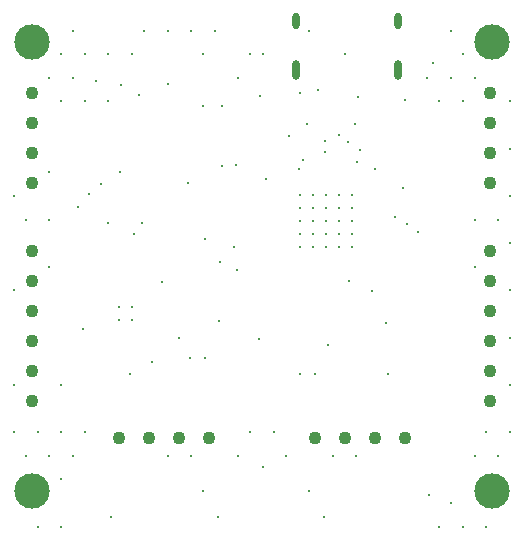
<source format=gbr>
%TF.GenerationSoftware,Altium Limited,Altium Designer,24.5.2 (23)*%
G04 Layer_Color=0*
%FSLAX45Y45*%
%MOMM*%
%TF.SameCoordinates,5BA462C2-C504-45FF-B61C-4F2A3F915A71*%
%TF.FilePolarity,Positive*%
%TF.FileFunction,Plated,1,2,PTH,Drill*%
%TF.Part,Single*%
G01*
G75*
%TA.AperFunction,OtherDrill,Pad Free-PTH0 (49.5mm,111mm)*%
%ADD88C,3.00000*%
%TA.AperFunction,OtherDrill,Pad Free-PTH3 (49.5mm,73mm)*%
%ADD89C,3.00000*%
%TA.AperFunction,OtherDrill,Pad Free-PTH1 (88.5mm,111mm)*%
%ADD90C,3.00000*%
%TA.AperFunction,OtherDrill,Pad Free-PTH4 (88.5mm,73mm)*%
%ADD91C,3.00000*%
%TA.AperFunction,ComponentDrill*%
%ADD92C,1.10000*%
%ADD93O,0.60000X1.70000*%
%ADD94O,0.60000X1.40000*%
%ADD95C,1.10000*%
%TA.AperFunction,ViaDrill,NotFilled*%
%ADD96C,0.25000*%
D88*
X4950000Y11100000D02*
D03*
D89*
Y7300000D02*
D03*
D90*
X8850000Y11100000D02*
D03*
D91*
Y7300000D02*
D03*
D92*
X4953000Y9334500D02*
D03*
Y9080500D02*
D03*
Y8826500D02*
D03*
Y8572500D02*
D03*
Y8064500D02*
D03*
Y8318500D02*
D03*
Y10668000D02*
D03*
Y10414000D02*
D03*
Y9906000D02*
D03*
Y10160000D02*
D03*
X8826500Y9334500D02*
D03*
Y9080500D02*
D03*
Y8826500D02*
D03*
Y8572500D02*
D03*
Y8064500D02*
D03*
Y8318500D02*
D03*
Y10668000D02*
D03*
Y10414000D02*
D03*
Y9906000D02*
D03*
Y10160000D02*
D03*
D93*
X7185500Y10862251D02*
D03*
X8049500D02*
D03*
D94*
Y11280250D02*
D03*
X7185500D02*
D03*
D95*
X7604000Y7750000D02*
D03*
X7350000D02*
D03*
X7858000D02*
D03*
X8112000D02*
D03*
X6450000D02*
D03*
X6196000D02*
D03*
X5688000D02*
D03*
X5942000D02*
D03*
D96*
X9000005Y10600006D02*
D03*
Y10200006D02*
D03*
Y9800005D02*
D03*
Y9400005D02*
D03*
Y9000005D02*
D03*
Y8600005D02*
D03*
Y8200004D02*
D03*
Y7800004D02*
D03*
X8900005Y9600005D02*
D03*
X8800005Y7800004D02*
D03*
X8900005Y7600004D02*
D03*
X8800005Y7000004D02*
D03*
X8600005Y11000006D02*
D03*
X8700005Y10800006D02*
D03*
X8600005Y10600006D02*
D03*
X8700005Y9600005D02*
D03*
Y9200005D02*
D03*
Y7600004D02*
D03*
X8600005Y7000004D02*
D03*
X8500005Y11200006D02*
D03*
Y10800006D02*
D03*
X8400005Y10600006D02*
D03*
X8500005Y7200004D02*
D03*
X8400005Y7000004D02*
D03*
X8300004Y10800006D02*
D03*
X7600004Y11000006D02*
D03*
X7700004Y7600004D02*
D03*
X7500004D02*
D03*
X7300004Y11200006D02*
D03*
X7000004Y7800004D02*
D03*
X7100004Y7600004D02*
D03*
X6800004Y11000006D02*
D03*
Y7800004D02*
D03*
X6700004Y10800006D02*
D03*
Y7600004D02*
D03*
X6500004Y11200006D02*
D03*
X6400003Y11000006D02*
D03*
X6300003Y11200006D02*
D03*
X6200003Y8600005D02*
D03*
X6300003Y7600004D02*
D03*
X6100003Y11200006D02*
D03*
Y7600004D02*
D03*
X5900003Y11200006D02*
D03*
X5800003Y11000006D02*
D03*
X5600003D02*
D03*
Y10600006D02*
D03*
X5700003Y10000005D02*
D03*
X5400003Y11000006D02*
D03*
Y10600006D02*
D03*
Y7800004D02*
D03*
X5300003Y11200006D02*
D03*
X5200003Y11000006D02*
D03*
X5300003Y10800006D02*
D03*
X5200003Y10600006D02*
D03*
Y8200004D02*
D03*
Y7800004D02*
D03*
X5300003Y7600004D02*
D03*
X5200003Y7400004D02*
D03*
Y7000004D02*
D03*
X5100003Y10800006D02*
D03*
Y10000005D02*
D03*
Y9600005D02*
D03*
Y9200005D02*
D03*
X5000003Y7800004D02*
D03*
X5100003Y7600004D02*
D03*
X5000003Y7000004D02*
D03*
X4800003Y9800005D02*
D03*
X4900003Y9600005D02*
D03*
X4800003Y9000005D02*
D03*
Y8200004D02*
D03*
Y7800004D02*
D03*
X4900003Y7600004D02*
D03*
X7637500Y9081284D02*
D03*
X5625000Y7082500D02*
D03*
X7425000D02*
D03*
X6525000D02*
D03*
X7947500Y8720000D02*
D03*
X7454959Y8536553D02*
D03*
X6876710Y8588291D02*
D03*
X8095000Y9870000D02*
D03*
X8345000Y10922500D02*
D03*
X8113750Y10613750D02*
D03*
X7222500Y10670000D02*
D03*
X6905000Y11002500D02*
D03*
X5860000Y10652500D02*
D03*
X5492500Y10770000D02*
D03*
X8310000Y7267500D02*
D03*
X7300000Y7300000D02*
D03*
X6400000D02*
D03*
X6905000Y7507500D02*
D03*
X5972500Y8397500D02*
D03*
X5687500Y8860000D02*
D03*
X5797500D02*
D03*
Y8750000D02*
D03*
X5687500D02*
D03*
X5435000Y9812500D02*
D03*
X5342500Y9710000D02*
D03*
X5540000Y9905000D02*
D03*
X5817500Y9477500D02*
D03*
X5600000Y9570000D02*
D03*
X5887500Y9567500D02*
D03*
X6417500Y9437500D02*
D03*
X6677500Y10062500D02*
D03*
X6935000Y9942500D02*
D03*
X6272500Y9910000D02*
D03*
X6562500Y10055000D02*
D03*
X5782500Y8295000D02*
D03*
X5385000Y8670000D02*
D03*
X6052500Y9067500D02*
D03*
X6420000Y8430000D02*
D03*
X6290000D02*
D03*
X6537500Y8745000D02*
D03*
X6542500Y9242500D02*
D03*
X7225000Y8292500D02*
D03*
X7352500D02*
D03*
X7970000D02*
D03*
X5707500Y10737500D02*
D03*
X6398839Y10557500D02*
D03*
X7247500Y10105000D02*
D03*
X6662500Y9370000D02*
D03*
X6560000Y10557500D02*
D03*
X7127500Y10305000D02*
D03*
X6105000Y10747500D02*
D03*
X8220000Y9497500D02*
D03*
X8027500Y9625000D02*
D03*
X7832500Y8995000D02*
D03*
X8127500Y9560000D02*
D03*
X7702500Y10087500D02*
D03*
X7727500Y10187500D02*
D03*
X7630000Y10260000D02*
D03*
X7552500Y10315000D02*
D03*
X7432500Y10170000D02*
D03*
X7437500Y10265000D02*
D03*
X7282500Y10412500D02*
D03*
X7210000Y10027500D02*
D03*
X7687500Y10412500D02*
D03*
X7857500Y10030000D02*
D03*
X6692500Y9172500D02*
D03*
X6885000Y10645000D02*
D03*
X7710000Y10640000D02*
D03*
X7377500Y10700000D02*
D03*
X7222500Y9367500D02*
D03*
Y9477500D02*
D03*
Y9587500D02*
D03*
Y9697500D02*
D03*
Y9807500D02*
D03*
X7332500Y9367500D02*
D03*
Y9477500D02*
D03*
Y9587500D02*
D03*
Y9697500D02*
D03*
Y9807500D02*
D03*
X7442500Y9367500D02*
D03*
Y9477500D02*
D03*
Y9587500D02*
D03*
Y9697500D02*
D03*
Y9807500D02*
D03*
X7552500Y9367500D02*
D03*
Y9477500D02*
D03*
Y9587500D02*
D03*
Y9697500D02*
D03*
Y9807500D02*
D03*
X7662500Y9367500D02*
D03*
Y9477500D02*
D03*
Y9587500D02*
D03*
Y9697500D02*
D03*
Y9807500D02*
D03*
%TF.MD5,cbfb73f9d4873be8ad079263a2a3df38*%
M02*

</source>
